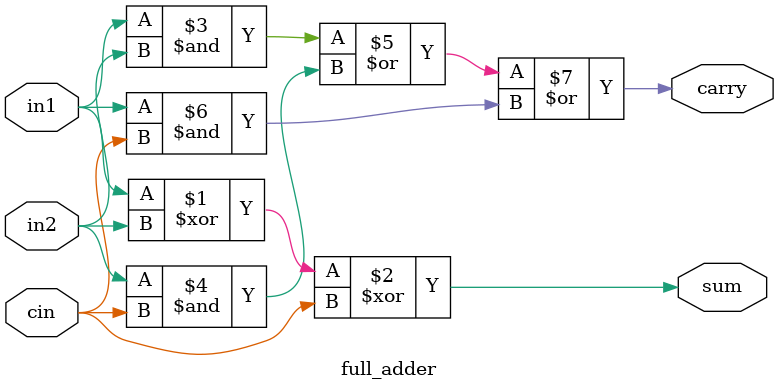
<source format=v>
`timescale 1ns/1ps
module full_adder(
 input in1,
 input in2,
 input cin,
 output sum,
 output carry);
 
 assign sum = in1^in2^cin;
 assign carry =(in1&in2)|(in2&cin)|(in1&cin);
endmodule

</source>
